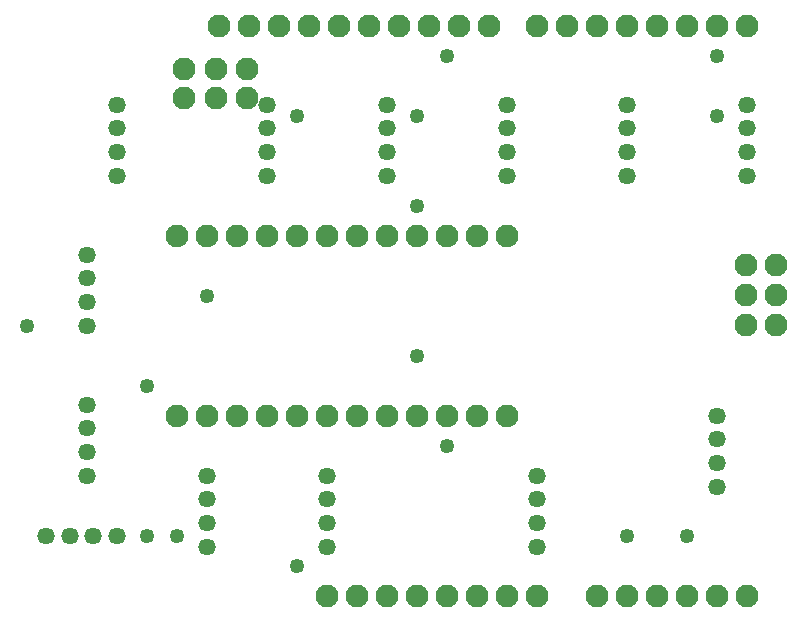
<source format=gbs>
G04 MADE WITH FRITZING*
G04 WWW.FRITZING.ORG*
G04 DOUBLE SIDED*
G04 HOLES PLATED*
G04 CONTOUR ON CENTER OF CONTOUR VECTOR*
%ASAXBY*%
%FSLAX23Y23*%
%MOIN*%
%OFA0B0*%
%SFA1.0B1.0*%
%ADD10C,0.049370*%
%ADD11C,0.076111*%
%ADD12C,0.076139*%
%ADD13C,0.076083*%
%ADD14C,0.076000*%
%ADD15C,0.057559*%
%LNMASK0*%
G90*
G70*
G54D10*
X609Y303D03*
X509Y303D03*
X1509Y603D03*
X1409Y903D03*
X2309Y303D03*
X2109Y303D03*
X109Y1003D03*
X709Y1103D03*
X1009Y1703D03*
X1509Y1903D03*
X1409Y1703D03*
X1409Y1403D03*
X1009Y203D03*
G54D11*
X2109Y103D03*
X2209Y103D03*
X2309Y103D03*
X2409Y103D03*
X2509Y103D03*
X1649Y2003D03*
X1549Y2003D03*
X1449Y2003D03*
X1349Y2003D03*
X1249Y2003D03*
X1149Y2003D03*
X1049Y2003D03*
X949Y2003D03*
X849Y2003D03*
X749Y2003D03*
X2509Y2003D03*
X2409Y2003D03*
X2309Y2003D03*
G54D12*
X2209Y2003D03*
G54D11*
X2109Y2003D03*
X2009Y2003D03*
X1909Y2003D03*
X1809Y2003D03*
X1209Y103D03*
G54D13*
X1109Y103D03*
X1309Y103D03*
G54D11*
X1409Y103D03*
X1509Y103D03*
X1609Y103D03*
X1709Y103D03*
X1809Y103D03*
X2009Y103D03*
X2608Y1206D03*
G54D12*
X2508Y1206D03*
G54D11*
X2608Y1106D03*
G54D12*
X2508Y1106D03*
X2608Y1007D03*
X2508Y1007D03*
G54D11*
X739Y1860D03*
X739Y1761D03*
X843Y1860D03*
X843Y1761D03*
X635Y1860D03*
X635Y1761D03*
G54D14*
X609Y703D03*
X709Y703D03*
X809Y703D03*
X909Y703D03*
X1009Y703D03*
X1109Y703D03*
X1209Y703D03*
X1309Y703D03*
X1409Y703D03*
X1509Y703D03*
X1609Y703D03*
X1709Y703D03*
X1709Y1303D03*
X1609Y1303D03*
X1509Y1303D03*
X1409Y1303D03*
X1309Y1303D03*
X1209Y1303D03*
X1109Y1303D03*
X1009Y1303D03*
X909Y1303D03*
X809Y1303D03*
X709Y1303D03*
X609Y1303D03*
G54D15*
X1809Y503D03*
X1809Y424D03*
X1809Y346D03*
X1809Y267D03*
X709Y503D03*
X709Y424D03*
X709Y346D03*
X709Y267D03*
X2409Y703D03*
X2409Y624D03*
X2409Y546D03*
X2409Y467D03*
X1109Y503D03*
X1109Y424D03*
X1109Y346D03*
X1109Y267D03*
X309Y1003D03*
X309Y1082D03*
X309Y1161D03*
X309Y1239D03*
X409Y303D03*
X331Y303D03*
X252Y303D03*
X173Y303D03*
X309Y503D03*
X309Y582D03*
X309Y661D03*
X309Y739D03*
X2109Y1503D03*
X2109Y1582D03*
X2109Y1661D03*
X2109Y1739D03*
X1709Y1503D03*
X1709Y1582D03*
X1709Y1661D03*
X1709Y1739D03*
X2509Y1503D03*
X2509Y1582D03*
X2509Y1661D03*
X2509Y1739D03*
X1309Y1503D03*
X1309Y1582D03*
X1309Y1661D03*
X1309Y1739D03*
X409Y1503D03*
X409Y1582D03*
X409Y1661D03*
X409Y1739D03*
X909Y1503D03*
X909Y1582D03*
X909Y1661D03*
X909Y1739D03*
G54D10*
X2409Y1903D03*
X2409Y1703D03*
X509Y803D03*
G04 End of Mask0*
M02*
</source>
